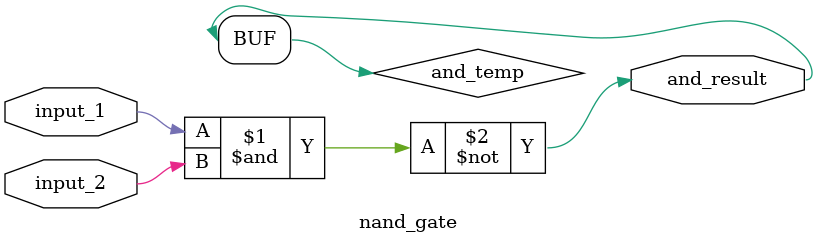
<source format=v>
module nand_gate (input input_1,
                  input input_2,
                  output and_result);
    wire and_temp;
    assign and_temp   = input_1 ~& input_2;
    assign and_result = and_temp;
endmodule

</source>
